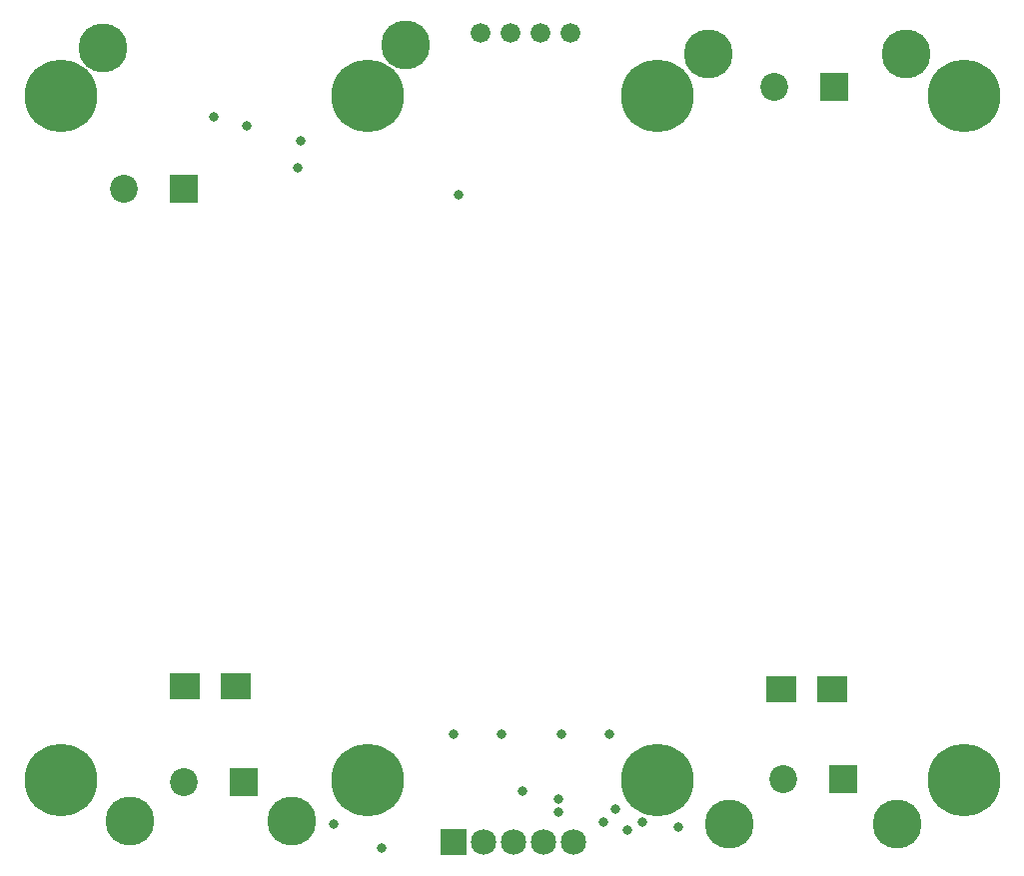
<source format=gbs>
G04*
G04 #@! TF.GenerationSoftware,Altium Limited,Altium Designer,19.0.10 (269)*
G04*
G04 Layer_Color=16711935*
%FSLAX23Y23*%
%MOIN*%
G70*
G01*
G75*
%ADD19C,0.066*%
%ADD20C,0.093*%
%ADD21R,0.093X0.093*%
%ADD22C,0.085*%
%ADD23R,0.085X0.085*%
%ADD24C,0.163*%
%ADD25C,0.242*%
%ADD26C,0.006*%
%ADD27C,0.033*%
%ADD44R,0.102X0.091*%
D19*
X5770Y4880D02*
D03*
X5670D02*
D03*
X5970D02*
D03*
X5870D02*
D03*
D20*
X4480Y4360D02*
D03*
X6650Y4700D02*
D03*
X4680Y2380D02*
D03*
X6680Y2390D02*
D03*
D21*
X4680Y4360D02*
D03*
X6850Y4700D02*
D03*
X4880Y2380D02*
D03*
X6880Y2390D02*
D03*
D22*
X5780Y2180D02*
D03*
X5980D02*
D03*
X5880D02*
D03*
X5680D02*
D03*
D23*
X5580D02*
D03*
D24*
X5420Y4840D02*
D03*
X4410Y4830D02*
D03*
X5040Y2250D02*
D03*
X4500D02*
D03*
X7060Y2240D02*
D03*
X6500D02*
D03*
X7090Y4810D02*
D03*
X6430D02*
D03*
D25*
X7283Y2387D02*
D03*
Y4670D02*
D03*
X6260Y2387D02*
D03*
Y4670D02*
D03*
X5294Y2387D02*
D03*
Y4670D02*
D03*
X4270Y2387D02*
D03*
Y4670D02*
D03*
D26*
X6448Y2559D02*
D03*
Y4488D02*
D03*
X4164Y2559D02*
D03*
Y4488D02*
D03*
D27*
X5597Y4340D02*
D03*
X4890Y4570D02*
D03*
X5070Y4520D02*
D03*
X6100Y2540D02*
D03*
X5940D02*
D03*
X5740D02*
D03*
X5580D02*
D03*
X5180Y2240D02*
D03*
X5340Y2160D02*
D03*
X6120Y2290D02*
D03*
X5930Y2280D02*
D03*
X5060Y4430D02*
D03*
X4780Y4600D02*
D03*
X6330Y2230D02*
D03*
X6160Y2220D02*
D03*
X6210Y2248D02*
D03*
X5930Y2323D02*
D03*
X5810Y2350D02*
D03*
X6080Y2248D02*
D03*
D44*
X4685Y2700D02*
D03*
X4855D02*
D03*
X6675Y2690D02*
D03*
X6845D02*
D03*
M02*

</source>
